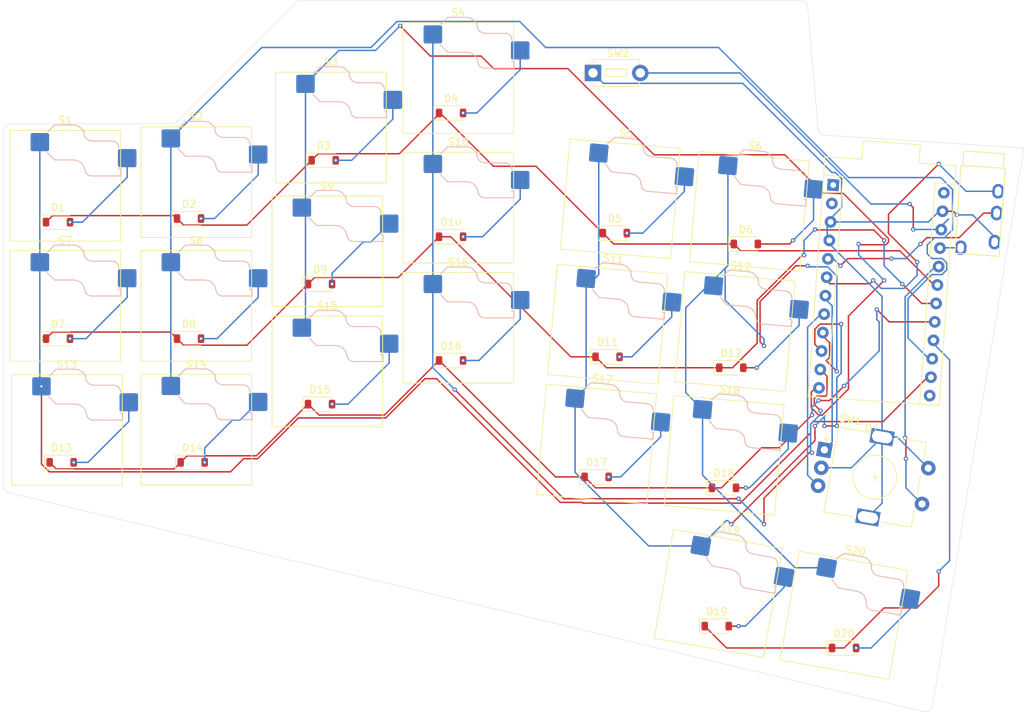
<source format=kicad_pcb>
(kicad_pcb (version 20241229) (generator "pcbnew") (generator_version "9.0")
  (layers (0 "F.Cu" signal) (2 "B.Cu" signal) (13 "F.Paste" user) (15 "B.Paste" user) (5 "F.SilkS" user "F.Silkscreen") (7 "B.SilkS" user "B.Silkscreen") (1 "F.Mask" user) (3 "B.Mask" user) (25 "Edge.Cuts" user))
  (net 0 "")
  (net 1 "0 Row")
  (net 2 "Net-(D1-A)")
  (net 3 "Net-(D2-A)")
  (net 4 "Net-(D3-A)")
  (net 5 "Net-(D4-A)")
  (net 6 "Net-(D5-A)")
  (net 7 "Net-(D6-A)")
  (net 8 "1 Row")
  (net 9 "Net-(D7-A)")
  (net 10 "Net-(D8-A)")
  (net 11 "Net-(D9-A)")
  (net 12 "Net-(D10-A)")
  (net 13 "Net-(D11-A)")
  (net 14 "Net-(D12-A)")
  (net 15 "Net-(D13-A)")
  (net 16 "2 Row")
  (net 17 "Net-(D14-A)")
  (net 18 "Net-(D15-A)")
  (net 19 "Net-(D16-A)")
  (net 20 "Net-(D17-A)")
  (net 21 "Net-(D18-A)")
  (net 22 "3 Row")
  (net 23 "Net-(D19-A)")
  (net 24 "Net-(D20-A)")
  (net 25 "0 Column")
  (net 26 "1 Column")
  (net 27 "2 Column")
  (net 28 "3 Column")
  (net 29 "4 Column")
  (net 30 "5 Column")
  (net 31 "GND")
  (net 32 "Net-(U1-5{slash}PC6)")
  (net 33 "Net-(U1-A3{slash}PF4)")
  (net 34 "Net-(U1-4{slash}PD4)")
  (net 35 "RST")
  (net 36 "VCC")
  (net 39 "SCL")
  (net 40 "SDA")
  (footprint "Diode_SMD:D_SOD-123" (layer "F.Cu") (at 230 82)
    (property "Reference" "D5")
    (property "Value" "~")
  )
  (footprint "Diode_SMD:D_SOD-123" (layer "F.Cu") (at 207.5 82.5)
    (property "Reference" "D10")
    (property "Value" "~")
  )
  (footprint "ScottoKeebs_Hotswap:Hotswap_Choc_V1" (layer "F.Cu") (at 246.520929 95.520643 -5)
    (property "Reference" "S12")
    (property "Value" "~")
  )
  (footprint "Diode_SMD:D_SOD-123" (layer "F.Cu") (at 153.5 96.5)
    (property "Reference" "D7")
    (property "Value" "~")
  )
  (footprint "Diode_SMD:D_SOD-123" (layer "F.Cu") (at 207.5 99.5)
    (property "Reference" "D16")
    (property "Value" "~")
  )
  (footprint "ScottoKeebs_Hotswap:Hotswap_Choc_V1" (layer "F.Cu") (at 261.5 134.5 -10)
    (property "Reference" "S20")
    (property "Value" "~")
  )
  (footprint "Diode_SMD:D_SOD-123" (layer "F.Cu") (at 190 72)
    (property "Reference" "D3")
    (property "Value" "~")
  )
  (footprint "Diode_SMD:D_SOD-123" (layer "F.Cu") (at 248 83.5)
    (property "Reference" "D6")
    (property "Value" "~")
  )
  (footprint "Diode_SMD:D_SOD-123" (layer "F.Cu") (at 189.5 105.5)
    (property "Reference" "D15")
    (property "Value" "~")
  )
  (footprint "ScottoKeebs_Hotswap:Hotswap_Choc_V1" (layer "F.Cu") (at 227.5 111 -5)
    (property "Reference" "S17")
    (property "Value" "~")
  )
  (footprint "ScottoKeebs_Hotswap:Hotswap_Choc_V1" (layer "F.Cu") (at 208.5 78.5)
    (property "Reference" "S10")
    (property "Value" "~")
  )
  (footprint "Diode_SMD:D_SOD-123" (layer "F.Cu") (at 229 99)
    (property "Reference" "D11")
    (property "Value" "~")
  )
  (footprint "Diode_SMD:D_SOD-123" (layer "F.Cu") (at 245 117)
    (property "Reference" "D18")
    (property "Value" "~")
  )
  (footprint "ScottoKeebs_Hotswap:Hotswap_Choc_V1" (layer "F.Cu") (at 230.756039 77.287206 -5)
    (property "Reference" "S5")
    (property "Value" "~")
  )
  (footprint "ScottoKeebs_Hotswap:Hotswap_Choc_V1" (layer "F.Cu") (at 154.5 75.5)
    (property "Reference" "S1")
    (property "Value" "~")
  )
  (footprint "Diode_SMD:D_SOD-123" (layer "F.Cu") (at 171.5 96.5)
    (property "Reference" "D8")
    (property "Value" "~")
  )
  (footprint "Diode_SMD:D_SOD-123" (layer "F.Cu") (at 172 113.5)
    (property "Reference" "D14")
    (property "Value" "~")
  )
  (footprint "ScottoKeebs_Components:TRRS_PJ-320A" (layer "F.Cu") (at 280.599906 72.903898 -4)
    (property "Reference" "U2")
    (property "Value" "TRRS")
  )
  (footprint "ScottoKeebs_Hotswap:Hotswap_Choc_V1" (layer "F.Cu") (at 229.020929 94.520643 -5)
    (property "Reference" "S11")
    (property "Value" "~")
  )
  (footprint "ScottoKeebs_Hotswap:Hotswap_Choc_V1" (layer "F.Cu") (at 244.222637 131.5 -10)
    (property "Reference" "S19")
    (property "Value" "~")
  )
  (footprint "Arduino:Sparkfun_Pro_Micro" (layer "F.Cu") (at 273.253881 104.33359 176)
    (property "Reference" "U1")
    (property "Value" "Arduino_Pro_Micro")
  )
  (footprint "Diode_SMD:D_SOD-123" (layer "F.Cu") (at 154 113.5)
    (property "Reference" "D13")
    (property "Value" "~")
  )
  (footprint "ScottoKeebs_Hotswap:Hotswap_Choc_V1" (layer "F.Cu") (at 172.5 92)
    (property "Reference" "S8")
    (property "Value" "~")
  )
  (footprint "Diode_SMD:D_SOD-123" (layer "F.Cu") (at 261.5 139)
    (property "Reference" "D20")
    (property "Value" "~")
  )
  (footprint "ScottoKeebs_Hotswap:Hotswap_Choc_V1" (layer "F.Cu") (at 208.5 60.7)
    (property "Reference" "S4")
    (property "Value" "~")
  )
  (footprint "ScottoKeebs_Components:Button_MJTP1243" (layer "F.Cu") (at 227 60)
    (property "Reference" "SW2")
    (property "Value" "Switch")
  )
  (footprint "Diode_SMD:D_SOD-123" (layer "F.Cu") (at 171.5 80)
    (property "Reference" "D2")
    (property "Value" "~")
  )
  (footprint "ScottoKeebs_Hotswap:Hotswap_Choc_V1" (layer "F.Cu") (at 248.5 79 -5)
    (property "Reference" "S6")
    (property "Value" "~")
  )
  (footprint "Diode_SMD:D_SOD-123" (layer "F.Cu") (at 207.5 65.5)
    (property "Reference" "D4")
    (property "Value" "~")
  )
  (footprint "Diode_SMD:D_SOD-123" (layer "F.Cu") (at 227.5 115.5)
    (property "Reference" "D17")
    (property "Value" "~")
  )
  (footprint "Diode_SMD:D_SOD-123" (layer "F.Cu") (at 189.5 89)
    (property "Reference" "D9")
    (property "Value" "~")
  )
  (footprint "ScottoKeebs_Hotswap:Hotswap_Choc_V1" (layer "F.Cu") (at 154.725 109.05)
    (property "Reference" "S13")
    (property "Value" "~")
  )
  (footprint "Diode_SMD:D_SOD-123" (layer "F.Cu") (at 153.5 80.5)
    (property "Reference" "D1")
    (property "Value" "~")
  )
  (footprint "ScottoKeebs_Hotswap:Hotswap_Choc_V1" (layer "F.Cu") (at 190.5 101)
    (property "Reference" "S15")
    (property "Value" "~")
  )
  (footprint "ScottoKeebs_Hotswap:Hotswap_Choc_V1" (layer "F.Cu") (at 191 67.5)
    (property "Reference" "S3")
    (property "Value" "~")
  )
  (footprint "ScottoKeebs_Hotswap:Hotswap_Choc_V1" (layer "F.Cu") (at 190.5 84.5)
    (property "Reference" "S9")
    (property "Value" "~")
  )
  (footprint "Diode_SMD:D_SOD-123" (layer "F.Cu") (at 246 100.5)
    (property "Reference" "D12")
    (property "Value" "~")
  )
  (footprint "ScottoKeebs_Hotswap:Hotswap_Choc_V1" (layer "F.Cu") (at 154.5 92)
    (property "Reference" "S7")
    (property "Value" "~")
  )
  (footprint "Diode_SMD:D_SOD-123" (layer "F.Cu") (at 244 136)
    (property "Reference" "D19")
    (property "Value" "~")
  )
  (footprint "ScottoKeebs_Hotswap:Hotswap_Choc_V1" (layer "F.Cu") (at 172.5 109)
    (property "Reference" "S14")
    (property "Value" "~")
  )
  (footprint "ScottoKeebs_Hotswap:Hotswap_Choc_V1" (layer "F.Cu") (at 172.5 75)
    (property "Reference" "S2")
    (property "Value" "~")
  )
  (footprint "Rotary_Encoder:RotaryEncoder_Alps_EC11E-Switch_Vertical_H20mm" (layer "F.Cu") (at 258.794265 111.779031 -10)
    (property "Reference" "SW1")
    (property "Value" "RotaryEncoder_Switch_MP")
  )
  (footprint "ScottoKeebs_Hotswap:Hotswap_Choc_V1" (layer "F.Cu") (at 208.5 95)
    (property "Reference" "S16")
    (property "Value" "~")
  )
  (footprint "ScottoKeebs_Hotswap:Hotswap_Choc_V1" (layer "F.Cu") (at 245.020929 112.520643 -5)
    (property "Reference" "S18")
    (property "Value" "~")
  )
  (gr_arc (start 146.767348 117.683562) (mid 146.214936 117.330416) (end 146 116.711002) (stroke (width 0.05)) (layer "Edge.Cuts"))
  (gr_line (start 186.914214 50) (end 255.5 50) (stroke (width 0.05)) (layer "Edge.Cuts"))
  (gr_arc (start 255.5 50) (mid 256.207107 50.292893) (end 256.5 51) (stroke (width 0.05)) (layer "Edge.Cuts"))
  (gr_line (start 272.438392 147.746047) (end 146.767348 117.683562) (stroke (width 0.05)) (layer "Edge.Cuts"))
  (gr_line (start 147 67) (end 169.085786 67) (stroke (width 0.05)) (layer "Edge.Cuts"))
  (gr_line (start 286.205491 70.306932) (end 273.660214 146.920262) (stroke (width 0.05)) (layer "Edge.Cuts"))
  (gr_arc (start 258.855474 68.558002) (mid 258.222328 68.273673) (end 257.926774 67.645694) (stroke (width 0.05)) (layer "Edge.Cuts"))
  (gr_arc (start 146 68) (mid 146.292893 67.292893) (end 147 67) (stroke (width 0.05)) (layer "Edge.Cuts"))
  (gr_line (start 258.855474 68.558002) (end 286.205491 70.306933) (stroke (width 0.05)) (layer "Edge.Cuts"))
  (gr_line (start 169.792893 66.707107) (end 186.207107 50.292893) (stroke (width 0.05)) (layer "Edge.Cuts"))
  (gr_arc (start 186.207107 50.292893) (mid 186.531531 50.076125) (end 186.914214 50) (stroke (width 0.05)) (layer "Edge.Cuts"))
  (gr_line (start 256.5 51) (end 257.926774 67.645694) (stroke (width 0.05)) (layer "Edge.Cuts"))
  (gr_arc (start 273.660214 146.920262) (mid 273.231008 147.602004) (end 272.438392 147.746047) (stroke (width 0.05)) (layer "Edge.Cuts"))
  (gr_arc (start 169.792893 66.707107) (mid 169.46847 66.92388) (end 169.085786 67) (stroke (width 0.05)) (layer "Edge.Cuts"))
  (gr_line (start 146 116.711002) (end 146 68) (stroke (width 0.05)) (layer "Edge.Cuts"))
  (segment (start 200.401 71.099) (end 189.251 71.099) (width 0.2) (layer "F.Cu") (net 1))
  (segment (start 229.85 83.5) (end 228.35 82) (width 0.2) (layer "F.Cu") (net 1))
  (segment (start 152.751 79.599) (end 151.85 80.5) (width 0.2) (layer "F.Cu") (net 1))
  (segment (start 169.85 80) (end 169.449 79.599) (width 0.2) (layer "F.Cu") (net 1))
  (segment (start 269.150612 84.432812) (end 273.848514 89.130714) (width 0.2) (layer "F.Cu") (net 1))
  (segment (start 179.449 80.901) (end 170.751 80.901) (width 0.2) (layer "F.Cu") (net 1))
  (segment (start 213.324 72.824) (end 206 65.5) (width 0.2) (layer "F.Cu") (net 1))
  (segment (start 219.174 72.824) (end 213.324 72.824) (width 0.2) (layer "F.Cu") (net 1))
  (segment (start 246.35 83.5) (end 247.282812 84.432812) (width 0.2) (layer "F.Cu") (net 1))
  (segment (start 189.251 71.099) (end 188.35 72) (width 0.2) (layer "F.Cu") (net 1))
  (segment (start 170.751 80.901) (end 169.85 80) (width 0.2) (layer "F.Cu") (net 1))
  (segment (start 246.35 83.5) (end 229.85 83.5) (width 0.2) (layer "F.Cu") (net 1))
  (segment (start 247.282812 84.432812) (end 269.150612 84.432812) (width 0.2) (layer "F.Cu") (net 1))
  (segment (start 169.449 79.599) (end 152.751 79.599) (width 0.2) (layer "F.Cu") (net 1))
  (segment (start 228.35 82) (end 219.174 72.824) (width 0.2) (layer "F.Cu") (net 1))
  (segment (start 188.35 72) (end 179.449 80.901) (width 0.2) (layer "F.Cu") (net 1))
  (segment (start 206 65.5) (end 200.401 71.099) (width 0.2) (layer "F.Cu") (net 1))
  (via (at 155.15 80.5) (size 0.6) (drill 0.3) (layers "F.Cu" "B.Cu") (net 2))
  (segment (start 163 71.7) (end 163 74.339892) (width 0.2) (layer "B.Cu") (net 2))
  (segment (start 163 74.339892) (end 156.839892 80.5) (width 0.2) (layer "B.Cu") (net 2))
  (segment (start 156.839892 80.5) (end 155.15 80.5) (width 0.2) (layer "B.Cu") (net 2))
  (via (at 173.15 80) (size 0.6) (drill 0.3) (layers "F.Cu" "B.Cu") (net 3))
  (segment (start 175 80) (end 173.15 80) (width 0.2) (layer "B.Cu") (net 3))
  (segment (start 181 74) (end 175 80) (width 0.2) (layer "B.Cu") (net 3))
  (segment (start 181 71.2) (end 181 74) (width 0.2) (layer "B.Cu") (net 3))
  (via (at 191.65 72) (size 0.6) (drill 0.3) (layers "F.Cu" "B.Cu") (net 4))
  (segment (start 199.5 66.339892) (end 193.839892 72) (width 0.2) (layer "B.Cu") (net 4))
  (segment (start 193.839892 72) (end 191.65 72) (width 0.2) (layer "B.Cu") (net 4))
  (segment (start 199.5 63.7) (end 199.5 66.339892) (width 0.2) (layer "B.Cu") (net 4))
  (via (at 209.15 65.5) (size 0.6) (drill 0.3) (layers "F.Cu" "B.Cu") (net 5))
  (segment (start 217 56.9) (end 217 59.539892) (width 0.2) (layer "B.Cu") (net 5))
  (segment (start 217 59.539892) (end 211.039892 65.5) (width 0.2) (layer "B.Cu") (net 5))
  (segment (start 211.039892 65.5) (end 209.15 65.5) (width 0.2) (layer "B.Cu") (net 5))
  (via (at 231.65 82) (size 0.6) (drill 0.3) (layers "F.Cu" "B.Cu") (net 6))
  (segment (start 239.554886 76.286679) (end 233.841565 82) (width 0.2) (layer "B.Cu") (net 6))
  (segment (start 239.554886 74.24249) (end 239.554886 76.286679) (width 0.2) (layer "B.Cu") (net 6))
  (segment (start 233.841565 82) (end 231.65 82) (width 0.2) (layer "B.Cu") (net 6))
  (segment (start 254 83.5) (end 249.65 83.5) (width 0.2) (layer "F.Cu") (net 7))
  (segment (start 254.5 83) (end 254 83.5) (width 0.2) (layer "F.Cu") (net 7))
  (via (at 254.5 83) (size 0.6) (drill 0.3) (layers "F.Cu" "B.Cu") (net 7))
  (segment (start 257.298847 80.201153) (end 254.5 83) (width 0.2) (layer "B.Cu") (net 7))
  (segment (start 257.298847 75.955284) (end 257.298847 80.201153) (width 0.2) (layer "B.Cu") (net 7))
  (segment (start 257.5 81.5) (end 257.567186 81.567186) (width 0.2) (layer "F.Cu") (net 8))
  (segment (start 151.85 96.5) (end 152.751 95.599) (width 0.2) (layer "F.Cu") (net 8))
  (segment (start 188.751 88.099) (end 200.251 88.099) (width 0.2) (layer "F.Cu") (net 8))
  (segment (start 227.35 99) (end 228.85 100.5) (width 0.2) (layer "F.Cu") (net 8))
  (segment (start 244.35 100.5) (end 246.179288 100.5) (width 0.2) (layer "F.Cu") (net 8))
  (segment (start 168.949 95.599) (end 169.85 96.5) (width 0.2) (layer "F.Cu") (net 8))
  (segment (start 257.567186 81.567186) (end 265.567186 81.567186) (width 0.2) (layer "F.Cu") (net 8))
  (segment (start 169.85 96.5) (end 170.751 97.401) (width 0.2) (layer "F.Cu") (net 8))
  (segment (start 228.85 100.5) (end 244.35 100.5) (width 0.2) (layer "F.Cu") (net 8))
  (segment (start 249.556094 91.227717) (end 255.750999 85.032812) (width 0.2) (layer "F.Cu") (net 8))
  (segment (start 269.5 89) (end 272.164526 91.664526) (width 0.2) (layer "F.Cu") (net 8))
  (segment (start 272.164526 91.664526) (end 273.671332 91.664526) (width 0.2) (layer "F.Cu") (net 8))
  (segment (start 255.750999 85.032812) (end 256 85.032812) (width 0.2) (layer "F.Cu") (net 8))
  (segment (start 207.453065 82.5) (end 223.953065 99) (width 0.2) (layer "F.Cu") (net 8))
  (segment (start 179.449 97.401) (end 187.85 89) (width 0.2) (layer "F.Cu") (net 8))
  (segment (start 187.85 89) (end 188.751 88.099) (width 0.2) (layer "F.Cu") (net 8))
  (segment (start 200.251 88.099) (end 205.85 82.5) (width 0.2) (layer "F.Cu") (net 8))
  (segment (start 246.179288 100.5) (end 249.556094 97.123194) (width 0.2) (layer "F.Cu") (net 8))
  (segment (start 249.556094 97.123194) (end 249.556094 91.227717) (width 0.2) (layer "F.Cu") (net 8))
  (segment (start 152.751 95.599) (end 168.949 95.599) (width 0.2) (layer "F.Cu") (net 8))
  (segment (start 223.953065 99) (end 227.35 99) (width 0.2) (layer "F.Cu") (net 8))
  (segment (start 170.751 97.401) (end 179.449 97.401) (width 0.2) (layer "F.Cu") (net 8))
  (segment (start 205.85 82.5) (end 207.453065 82.5) (width 0.2) (layer "F.Cu") (net 8))
  (segment (start 265.567186 81.567186) (end 267 83) (width 0.2) (layer "F.Cu") (net 8))
  (via (at 269.5 89) (size 0.6) (drill 0.3) (layers "F.Cu" "B.Cu") (net 8))
  (via (at 267 83) (size 0.6) (drill 0.3) (layers "F.Cu" "B.Cu") (net 8))
  (via (at 256 85.032812) (size 0.6) (drill 0.3) (layers "F.Cu" "B.Cu") (net 8))
  (via (at 257.5 81.5) (size 0.6) (drill 0.3) (layers "F.Cu" "B.Cu") (net 8))
  (segment (start 256 83) (end 257.5 81.5) (width 0.2) (layer "B.Cu") (net 8))
  (segment (start 267 83) (end 267 86.5) (width 0.2) (layer "B.Cu") (net 8))
  (segment (start 267 86.5) (end 269.5 89) (width 0.2) (layer "B.Cu") (net 8))
  (segment (start 256 85.032812) (end 256 83) (width 0.2) (layer "B.Cu") (net 8))
  (via (at 155.15 96.5) (size 0.6) (drill 0.3) (layers "F.Cu" "B.Cu") (net 9))
  (segment (start 163 88.2) (end 163 90.839892) (width 0.2) (layer "B.Cu") (net 9))
  (segment (start 163 90.839892) (end 157.339892 96.5) (width 0.2) (layer "B.Cu") (net 9))
  (segment (start 157.339892 96.5) (end 155.15 96.5) (width 0.2) (layer "B.Cu") (net 9))
  (via (at 173.15 96.5) (size 0.6) (drill 0.3) (layers "F.Cu" "B.Cu") (net 10))
  (segment (start 175.339892 96.5) (end 173.15 96.5) (width 0.2) (layer "B.Cu") (net 10))
  (segment (start 181 88.2) (end 181 90.839892) (width 0.2) (layer "B.Cu") (net 10))
  (segment (start 181 90.839892) (end 175.339892 96.5) (width 0.2) (layer "B.Cu") (net 10))
  (via (at 191.15 89) (size 0.6) (drill 0.3) (layers "F.Cu" "B.Cu") (net 11))
  (segment (start 199 80.7) (end 196.501 83.199) (width 0.2) (layer "B.Cu") (net 11))
  (segment (start 195.461108 83.199) (end 191.15 87.510108) (width 0.2) (layer "B.Cu") (net 11))
  (segment (start 196.501 83.199) (end 195.461108 83.199) (width 0.2) (layer "B.Cu") (net 11))
  (segment (start 191.15 87.510108) (end 191.15 89) (width 0.2) (layer "B.Cu") (net 11))
  (via (at 209.15 82.5) (size 0.6) (drill 0.3) (layers "F.Cu" "B.Cu") (net 12))
  (segment (start 211.839892 82.5) (end 209.15 82.5) (width 0.2) (layer "B.Cu") (net 12))
  (segment (start 217 74.7) (end 217 77.339892) (width 0.2) (layer "B.Cu") (net 12))
  (segment (start 217 77.339892) (end 211.839892 82.5) (width 0.2) (layer "B.Cu") (net 12))
  (via (at 230.65 99) (size 0.6) (drill 0.3) (layers "F.Cu" "B.Cu") (net 13))
  (segment (start 232.339892 99) (end 230.65 99) (width 0.2) (layer "B.Cu") (net 13))
  (segment (start 237.819776 93.520116) (end 232.339892 99) (width 0.2) (layer "B.Cu") (net 13))
  (segment (start 237.819776 91.475927) (end 237.819776 93.520116) (width 0.2) (layer "B.Cu") (net 13))
  (segment (start 249.5 100.5) (end 247.65 100.5) (width 0.2) (layer "F.Cu") (net 14))
  (via (at 249.5 100.5) (size 0.6) (drill 0.3) (layers "F.Cu" "B.Cu") (net 14))
  (segment (start 255.319776 94.680224) (end 249.5 100.5) (width 0.2) (layer "B.Cu") (net 14))
  (segment (start 255.319776 92.475927) (end 255.319776 94.680224) (width 0.2) (layer "B.Cu") (net 14))
  (via (at 155.65 113.5) (size 0.6) (drill 0.3) (layers "F.Cu" "B.Cu") (net 15))
  (segment (start 157.614892 113.5) (end 155.65 113.5) (width 0.2) (layer "B.Cu") (net 15))
  (segment (start 163.225 107.889892) (end 157.614892 113.5) (width 0.2) (layer "B.Cu") (net 15))
  (segment (start 163.225 105.25) (end 163.225 107.889892) (width 0.2) (layer "B.Cu") (net 15))
  (segment (start 243.35 117) (end 227.35 117) (width 0.2) (layer "F.Cu") (net 16))
  (segment (start 180.751 112.599) (end 171.251 112.599) (width 0.2) (layer "F.Cu") (net 16))
  (segment (start 243.35 117) (end 244.660108 117) (width 0.2) (layer "F.Cu") (net 16))
  (segment (start 169.449 114.401) (end 153.251 114.401) (width 0.2) (layer "F.Cu") (net 16))
  (segment (start 187.85 105.5) (end 180.751 112.599) (width 0.2) (layer "F.Cu") (net 16))
  (segment (start 189.35 107) (end 187.85 105.5) (width 0.2) (layer "F.Cu") (net 16))
  (segment (start 225.85 115.5) (end 221.85 115.5) (width 0.2) (layer "F.Cu") (net 16))
  (segment (start 267.698339 94.198339) (end 273.494148 94.198339) (width 0.2) (layer "F.Cu") (net 16))
  (segment (start 244.660108 117) (end 250.160108 111.5) (width 0.2) (layer "F.Cu") (net 16))
  (segment (start 153.251 114.401) (end 152.35 113.5) (width 0.2) (layer "F.Cu") (net 16))
  (segment (start 170.35 113.5) (end 169.449 114.401) (width 0.2) (layer "F.Cu") (net 16))
  (segment (start 221.85 115.5) (end 205.85 99.5) (width 0.2) (layer "F.Cu") (net 16))
  (segment (start 198.35 107) (end 189.35 107) (width 0.2) (layer "F.Cu") (net 16))
  (segment (start 250.160108 111.5) (end 252.581548 111.5) (width 0.2) (layer "F.Cu") (net 16))
  (segment (start 266 92.5) (end 267.698339 94.198339) (width 0.2) (layer "F.Cu") (net 16))
  (segment (start 171.251 112.599) (end 170.35 113.5) (width 0.2) (layer "F.Cu") (net 16))
  (segment (start 259.5 105) (end 261.5 103) (width 0.2) (layer "F.Cu") (net 16))
  (segment (start 258 105) (end 259.5 105) (width 0.2) (layer "F.Cu") (net 16))
  (segment (start 205.85 99.5) (end 198.35 107) (width 0.2) (layer "F.Cu") (net 16))
  (segment (start 227.35 117) (end 225.85 115.5) (width 0.2) (layer "F.Cu") (net 16))
  (segment (start 252.581548 111.5) (end 257.081548 107) (width 0.2) (layer "F.Cu") (net 16))
  (via (at 266 92.5) (size 0.6) (drill 0.3) (layers "F.Cu" "B.Cu") (net 16))
  (via (at 257.081548 107) (size 0.6) (drill 0.3) (layers "F.Cu" "B.Cu") (net 16))
  (via (at 258 105) (size 0.6) (drill 0.3) (layers "F.Cu" "B.Cu") (net 16))
  (via (at 261.5 103) (size 0.6) (drill 0.3) (layers "F.Cu" "B.Cu") (net 16))
  (segment (start 257.081548 105.918452) (end 258 105) (width 0.2) (layer "B.Cu") (net 16))
  (segment (start 257.081548 107) (end 257.081548 105.918452) (width 0.2) (layer "B.Cu") (net 16))
  (segment (start 266 93.880707) (end 266 92.5) (width 0.2) (layer "B.Cu") (net 16))
  (segment (start 266.317632 94.198339) (end 266 93.880707) (width 0.2) (layer "B.Cu") (net 16))
  (segment (start 266.317632 98.182368) (end 266.317632 94.198339) (width 0.2) (layer "B.Cu") (net 16))
  (segment (start 261.5 103) (end 266.317632 98.182368) (width 0.2) (layer "B.Cu") (net 16))
  (via (at 173.65 113.5) (size 0.6) (drill 0.3) (layers "F.Cu" "B.Cu") (net 17))
  (segment (start 173.65 111.510108) (end 173.65 113.5) (width 0.2) (layer "B.Cu") (net 17))
  (segment (start 178.501 107.699) (end 177.461108 107.699) (width 0.2) (layer "B.Cu") (net 17))
  (segment (start 181 105.2) (end 178.501 107.699) (width 0.2) (layer "B.Cu") (net 17))
  (segment (start 177.461108 107.699) (end 173.65 111.510108) (width 0.2) (layer "B.Cu") (net 17))
  (via (at 191.15 105.5) (size 0.6) (drill 0.3) (layers "F.Cu" "B.Cu") (net 18))
  (segment (start 193.339892 105.5) (end 191.15 105.5) (width 0.2) (layer "B.Cu") (net 18))
  (segment (start 199 99.839892) (end 193.339892 105.5) (width 0.2) (layer "B.Cu") (net 18))
  (segment (start 199 97.2) (end 199 99.839892) (width 0.2) (layer "B.Cu") (net 18))
  (via (at 209.15 99.5) (size 0.6) (drill 0.3) (layers "F.Cu" "B.Cu") (net 19))
  (segment (start 211.339892 99.5) (end 209.15 99.5) (width 0.2) (layer "B.Cu") (net 19))
  (segment (start 217 93.839892) (end 211.339892 99.5) (width 0.2) (layer "B.Cu") (net 19))
  (segment (start 217 91.2) (end 217 93.839892) (width 0.2) (layer "B.Cu") (net 19))
  (via (at 229.15 115.5) (size 0.6) (drill 0.3) (layers "F.Cu" "B.Cu") (net 20))
  (segment (start 236.298847 107.955284) (end 236.298847 109.999473) (width 0.2) (layer "B.Cu") (net 20))
  (segment (start 236.298847 109.999473) (end 230.79832 115.5) (width 0.2) (layer "B.Cu") (net 20))
  (segment (start 230.79832 115.5) (end 229.15 115.5) (width 0.2) (layer "B.Cu") (net 20))
  (segment (start 248 117) (end 246.65 117) (width 0.2) (layer "F.Cu") (net 21))
  (via (at 248 117) (size 0.6) (drill 0.3) (layers "F.Cu" "B.Cu") (net 21))
  (segment (start 253.819776 111.680224) (end 248.5 117) (width 0.2) (layer "B.Cu") (net 21))
  (segment (start 248.5 117) (end 248 117) (width 0.2) (layer "B.Cu") (net 21))
  (segment (start 253.819776 109.475927) (end 253.819776 111.680224) (width 0.2) (layer "B.Cu") (net 21))
  (segment (start 245.35 139) (end 259.85 139) (width 0.2) (layer "F.Cu") (net 22))
  (segment (start 271.498029 133.501971) (end 266.998029 133.501971) (width 0.2) (layer "F.Cu") (net 22))
  (segment (start 274.5 130.5) (end 271.498029 133.501971) (width 0.2) (layer "F.Cu") (net 22))
  (segment (start 274.5 128.5) (end 274.5 130.5) (width 0.2) (layer "F.Cu") (net 22))
  (segment (start 261.5 139) (end 259.85 139) (width 0.2) (layer "F.Cu") (net 22))
  (segment (start 266.998029 133.501971) (end 261.5 139) (width 0.2) (layer "F.Cu") (net 22))
  (segment (start 242.35 136) (end 245.35 139) (width 0.2) (layer "F.Cu") (net 22))
  (via (at 274.5 128.5) (size 0.6) (drill 0.3) (layers "F.Cu" "B.Cu") (net 22))
  (segment (start 276 99.415184) (end 273.316968 96.732152) (width 0.2) (layer "B.Cu") (net 22))
  (segment (start 274.5 128.5) (end 276 127) (width 0.2) (layer "B.Cu") (net 22))
  (segment (start 276 127) (end 276 99.415184) (width 0.2) (layer "B.Cu") (net 22))
  (segment (start 247 136) (end 245.65 136) (width 0.2) (layer "F.Cu") (net 23))
  (via (at 247 136) (size 0.6) (drill 0.3) (layers "F.Cu" "B.Cu") (net 23))
  (segment (start 253.253366 129.23374) (end 253.253366 130.680671) (width 0.2) (layer "B.Cu") (net 23))
  (segment (start 253.253366 130.680671) (end 247.934037 136) (width 0.2) (layer "B.Cu") (net 23))
  (segment (start 247.934037 136) (end 247 136) (width 0.2) (layer "B.Cu") (net 23))
  (via (at 263.15 139) (size 0.6) (drill 0.3) (layers "F.Cu" "B.Cu") (net 24))
  (segment (start 270.530729 133.680671) (end 265.2114 139) (width 0.2) (layer "B.Cu") (net 24))
  (segment (start 270.530729 132.23374) (end 270.530729 133.680671) (width 0.2) (layer "B.Cu") (net 24))
  (segment (start 265.2114 139) (end 263.15 139) (width 0.2) (layer "B.Cu") (net 24))
  (segment (start 272.962606 101.799777) (end 266.863383 107.899) (width 0.2) (layer "F.Cu") (net 25))
  (segment (start 225.601 119.101) (end 225.5 119) (width 0.2) (layer "F.Cu") (net 25))
  (segment (start 205.5 102) (end 203.9171 102) (width 0.2) (layer "F.Cu") (net 25))
  (segment (start 266.863383 107.899) (end 257.251057 107.899) (width 0.2) (layer "F.Cu") (net 25))
  (segment (start 151.225 113.72511) (end 151.225 103.05) (width 0.2) (layer "F.Cu") (net 25))
  (segment (start 247.248943 119.101) (end 225.601 119.101) (width 0.2) (layer "F.Cu") (net 25))
  (segment (start 257.251057 107.899) (end 256.899 108.251057) (width 0.2) (layer "F.Cu") (net 25))
  (segment (start 198.5161 107.401) (end 186.5161 107.401) (width 0.2) (layer "F.Cu") (net 25))
  (segment (start 186.5161 107.401) (end 180.9171 113) (width 0.2) (layer "F.Cu") (net 25))
  (segment (start 256.899 109.450943) (end 247.248943 119.101) (width 0.2) (layer "F.Cu") (net 25))
  (segment (start 180.9171 113) (end 179 113) (width 0.2) (layer "F.Cu") (net 25))
  (segment (start 179 113) (end 177.198 114.802) (width 0.2) (layer "F.Cu") (net 25))
  (segment (start 256.899 108.251057) (end 256.899 109.450943) (width 0.2) (layer "F.Cu") (net 25))
  (segment (start 177.198 114.802) (end 152.30189 114.802) (width 0.2) (layer "F.Cu") (net 25))
  (segment (start 225.5 119) (end 222.5 119) (width 0.2) (layer "F.Cu") (net 25))
  (segment (start 203.9171 102) (end 198.5161 107.401) (width 0.2) (layer "F.Cu") (net 25))
  (segment (start 152.30189 114.802) (end 151.225 113.72511) (width 0.2) (layer "F.Cu") (net 25))
  (segment (start 222.5 119) (end 205.5 102) (width 0.2) (layer "F.Cu") (net 25))
  (via (at 151.225 103.05) (size 0.6) (drill 0.3) (layers "F.Cu" "B.Cu") (net 25))
  (segment (start 151 69.5) (end 151 102.825) (width 0.2) (layer "B.Cu") (net 25))
  (segment (start 151 102.825) (end 151.225 103.05) (width 0.2) (layer "B.Cu") (net 25))
  (segment (start 276.399 76.002082) (end 275.948459 75.551541) (width 0.2) (layer "B.Cu") (net 26))
  (segment (start 273.139786 99.265965) (end 270.285205 96.411384) (width 0.2) (layer "B.Cu") (net 26))
  (segment (start 276.399 81.535839) (end 276.399 76.002082) (width 0.2) (layer "B.Cu") (net 26))
  (segment (start 262.128709 74.371291) (end 244.257418 56.5) (width 0.2) (layer "B.Cu") (net 26))
  (segment (start 275.304563 82.630276) (end 276.399 81.535839) (width 0.2) (layer "B.Cu") (net 26))
  (segment (start 200.076 52.924) (end 196.5 56.5) (width 0.2) (layer "B.Cu") (net 26))
  (segment (start 274.768209 74.371291) (end 262.128709 74.371291) (width 0.2) (layer "B.Cu") (net 26))
  (segment (start 276.23642 75.839501) (end 275.948459 75.551541) (width 0.2) (layer "B.Cu") (net 26))
  (segment (start 275.595151 87.052951) (end 275.595151 86.095151) (width 0.2) (layer "B.Cu") (net 26))
  (segment (start 275.595151 86.095151) (end 274.995901 85.495901) (width 0.2) (layer "B.Cu") (net 26))
  (segment (start 272.924694 83.629588) (end 273.924006 82.630276) (width 0.2) (layer "B.Cu") (net 26))
  (segment (start 273.569644 85.495901) (end 272.924694 84.850951) (width 0.2) (layer "B.Cu") (net 26))
  (segment (start 244.257418 56.5) (end 220.5 56.5) (width 0.2) (layer "B.Cu") (net 26))
  (segment (start 181.5 56.5) (end 169 69) (width 0.2) (layer "B.Cu") (net 26))
  (segment (start 273.569644 87.697901) (end 274.950201 87.697901) (width 0.2) (layer "B.Cu") (net 26))
  (segment (start 220.5 56.5) (end 216.924 52.924) (width 0.2) (layer "B.Cu") (net 26))
  (segment (start 272.924694 84.850951) (end 272.924694 83.629588) (width 0.2) (layer "B.Cu") (net 26))
  (segment (start 275.948459 75.551541) (end 274.768209 74.371291) (width 0.2) (layer "B.Cu") (net 26))
  (segment (start 270.285205 90.98234) (end 273.569644 87.697901) (width 0.2) (layer "B.Cu") (net 26))
  (segment (start 216.924 52.924) (end 200.076 52.924) (width 0.2) (layer "B.Cu") (net 26))
  (segment (start 273.924006 82.630276) (end 275.304563 82.630276) (width 0.2) (layer "B.Cu") (net 26))
  (segment (start 169 69) (end 169 103) (width 0.2) (layer "B.Cu") (net 26))
  (segment (start 196.5 56.5) (end 181.5 56.5) (width 0.2) (layer "B.Cu") (net 26))
  (segment (start 274.995901 85.495901) (end 273.569644 85.495901) (width 0.2) (layer "B.Cu") (net 26))
  (segment (start 270.285205 96.411384) (end 270.285205 90.98234) (width 0.2) (layer "B.Cu") (net 26))
  (segment (start 274.950201 87.697901) (end 275.595151 87.052951) (width 0.2) (layer "B.Cu") (net 26))
  (segment (start 235.394451 71.246451) (end 253.357652 71.246451) (width 0.2) (layer "F.Cu") (net 27))
  (segment (start 267.601 83.248943) (end 267.248943 83.601) (width 0.2) (layer "F.Cu") (net 27))
  (segment (start 211.624 57.677065) (end 213.345935 59.399) (width 0.2) (layer "F.Cu") (net 27))
  (segment (start 258.509672 107.013202) (end 258.011786 107.013202) (width 0.2) (layer "F.Cu") (net 27))
  (segment (start 262.101 103.421874) (end 258.509672 107.013202) (width 0.2) (layer "F.Cu") (net 27))
  (segment (start 256.998 105.999416) (end 256.998 103.855048) (width 0.2) (layer "F.Cu") (net 27))
  (segment (start 223.547 59.399) (end 235.394451 71.246451) (width 0.2) (layer "F.Cu") (net 27))
  (segment (start 267.601 82.751057) (end 267.601 83.248943) (width 0.2) (layer "F.Cu") (net 27))
  (segment (start 267.248943 83.601) (end 263.601 83.601) (width 0.2) (layer "F.Cu") (net 27))
  (segment (start 256.998 103.855048) (end 257.582548 103.2705) (width 0.2) (layer "F.Cu") (net 27))
  (segment (start 253.357652 71.246451) (end 258.664619 76.553418) (width 0.2) (layer "F.Cu") (net 27))
  (segment (start 261.403361 76.553418) (end 267.601 82.751057) (width 0.2) (layer "F.Cu") (net 27))
  (segment (start 263.601 83.601) (end 263.5 83.5) (width 0.2) (layer "F.Cu") (net 27))
  (segment (start 213.345935 59.399) (end 223.547 59.399) (width 0.2) (layer "F.Cu") (net 27))
  (segment (start 200.5 53.524) (end 204.653065 57.677065) (width 0.2) (layer "F.Cu") (net 27))
  (segment (start 262.101 93.399) (end 262.101 103.421874) (width 0.2) (layer "F.Cu") (net 27))
  (segment (start 258.664619 76.553418) (end 261.403361 76.553418) (width 0.2) (layer "F.Cu") (net 27))
  (segment (start 204.653065 57.677065) (end 211.624 57.677065) (width 0.2) (layer "F.Cu") (net 27))
  (segment (start 267 88.5) (end 262.101 93.399) (width 0.2) (layer "F.Cu") (net 27))
  (segment (start 258.011786 107.013202) (end 256.998 105.999416) (width 0.2) (layer "F.Cu") (net 27))
  (via (at 267 88.5) (size 0.6) (drill 0.3) (layers "F.Cu" "B.Cu") (net 27))
  (via (at 200.5 53.524) (size 0.6) (drill 0.3) (layers "F.Cu" "B.Cu") (net 27))
  (via (at 263.5 83.5) (size 0.6) (drill 0.3) (layers "F.Cu" "B.Cu") (net 27))
  (segment (start 263.5 85) (end 267 88.5) (width 0.2) (layer "B.Cu") (net 27))
  (segment (start 187.5 61.5) (end 192.099 56.901) (width 0.2) (layer "B.Cu") (net 27))
  (segment (start 197.123 56.901) (end 200.5 53.524) (width 0.2) (layer "B.Cu") (net 27))
  (segment (start 263.5 83.5) (end 263.5 85) (width 0.2) (layer "B.Cu") (net 27))
  (segment (start 187.5 94.5) (end 187 95) (width 0.2) (layer "B.Cu") (net 27))
  (segment (start 187.5 61.5) (end 187.5 94.5) (width 0.2) (layer "B.Cu") (net 27))
  (segment (start 192.099 56.901) (end 197.123 56.901) (width 0.2) (layer "B.Cu") (net 27))
  (segment (start 257.081548 112.174265) (end 256.733018 112.174265) (width 0.2) (layer "F.Cu") (net 28))
  (segment (start 259.152005 104.197938) (end 258.950943 104.399) (width 0.2) (layer "F.Cu") (net 28))
  (segment (start 223 118.5) (end 208 103.5) (width 0.2) (layer "F.Cu") (net 28))
  (segment (start 257.399 104.751057) (end 257.399 105.550473) (width 0.2) (layer "F.Cu") (net 28))
  (segment (start 257.399 105.550473) (end 258.260729 106.412202) (width 0.2) (layer "F.Cu") (net 28))
  (segment (start 258.228186 100.736689) (end 259.152005 101.660508) (width 0.2) (layer "F.Cu") (net 28))
  (segment (start 247 118.5) (end 223 118.5) (width 0.2) (layer "F.Cu") (net 28))
  (segment (start 256.733018 112.174265) (end 250.5 118.407283) (width 0.2) (layer "F.Cu") (net 28))
  (segment (start 257.751057 104.399) (end 257.399 104.751057) (width 0.2) (layer "F.Cu") (net 28))
  (segment (start 259.152005 101.660508) (end 259.152005 104.197938) (width 0.2) (layer "F.Cu") (net 28))
  (segment (start 250.5 118.407283) (end 250.5 122) (width 0.2) (layer "F.Cu") (net 28))
  (segment (start 258.950943 104.399) (end 257.751057 104.399) (width 0.2) (layer "F.Cu") (net 28))
  (via (at 247 118.5) (size 0.6) (drill 0.3) (layers "F.Cu" "B.Cu") (net 28))
  (via (at 250.5 122) (size 0.6) (drill 0.3) (layers "F.Cu" "B.Cu") (net 28))
  (via (at 258.260729 106.412202) (size 0.6) (drill 0.3) (layers "F.Cu" "B.Cu") (net 28))
  (via (at 208 103.5) (size 0.6) (drill 0.3) (layers "F.Cu" "B.Cu") (net 28))
  (via (at 257.081548 112.174265) (size 0.6) (drill 0.3) (layers "F.Cu" "B.Cu") (net 28))
  (segment (start 258.260729 106.412202) (end 258.260729 106.889328) (width 0.2) (layer "B.Cu") (net 28))
  (segment (start 208 103.5) (end 205 100.5) (width 0.2) (layer "B.Cu") (net 28))
  (segment (start 256.899 108.251057) (end 256.899 111.991717) (width 0.2) (layer "B.Cu") (net 28))
  (segment (start 250.5 122) (end 247 118.5) (width 0.2) (layer "B.Cu") (net 28))
  (segment (start 256.899 111.991717) (end 257.081548 112.174265) (width 0.2) (layer "B.Cu") (net 28))
  (segment (start 205 54.7) (end 205 89) (width 0.2) (layer "B.Cu") (net 28))
  (segment (start 205 100.5) (end 205 89) (width 0.2) (layer "B.Cu") (net 28))
  (segment (start 258.260729 106.889328) (end 256.899 108.251057) (width 0.2) (layer "B.Cu") (net 28))
  (segment (start 258.194561 94.5) (end 257.481548 95.213013) (width 0.2) (layer "F.Cu") (net 29))
  (segment (start 246 122) (end 257.5 110.5) (width 0.2) (layer "F.Cu") (net 29))
  (segment (start 258.792274 108.5) (end 260.5 108.5) (width 0.2) (layer "F.Cu") (net 29))
  (segment (start 257.5 110.5) (end 257.5 108.5) (width 0.2) (layer "F.Cu") (net 29))
  (segment (start 257.481548 97.279057) (end 258.405367 98.202876) (width 0.2) (layer "F.Cu") (net 29))
  (segment (start 257.481548 95.213013) (end 257.481548 97.279057) (width 0.2) (layer "F.Cu") (net 29))
  (segment (start 261.1 94.5) (end 258.194561 94.5) (width 0.2) (layer "F.Cu") (net 29))
  (via (at 258.792274 108.5) (size 0.6) (drill 0.3) (layers "F.Cu" "B.Cu") (net 29))
  (via (at 246 122) (size 0.6) (drill 0.3) (layers "F.Cu" "B.Cu") (net 29))
  (via (at 261.1 94.5) (size 0.6) (drill 0.3) (layers "F.Cu" "B.Cu") (net 29))
  (via (at 260.5 108.5) (size 0.6) (drill 0.3) (layers "F.Cu" "B.Cu") (net 29))
  (via (at 257.5 108.5) (size 0.6) (drill 0.3) (layers "F.Cu" "B.Cu") (net 29))
  (segment (start 257.5 108.5) (end 258.860729 107.139271) (width 0.2) (layer "B.Cu") (net 29))
  (segment (start 241.817699 124.983385) (end 234.643779 124.983385) (width 0.2) (layer "B.Cu") (net 29))
  (segment (start 234.643779 124.983385) (end 224.536253 114.875859) (width 0.2) (layer "B.Cu") (net 29))
  (segment (start 227.792292 87.707708) (end 227.26157 88.23843) (width 0.2) (layer "B.Cu") (net 29))
  (segment (start 258.860729 107.139271) (end 258.792274 107.207726) (width 0.2) (layer "B.Cu") (net 29))
  (segment (start 258.792274 107.207726) (end 258.792274 108.5) (width 0.2) (layer "B.Cu") (net 29))
  (segment (start 245.301084 121.5) (end 245.5 121.5) (width 0.2) (layer "B.Cu") (net 29))
  (segment (start 241.817699 124.983385) (end 245.301084 121.5) (width 0.2) (layer "B.Cu") (net 29))
  (segment (start 226.057182 88.23843) (end 226.057182 103.196858) (width 0.2) (layer "B.Cu") (net 29))
  (segment (start 260.5 101.849943) (end 261.1 101.249943) (width 0.2) (layer "B.Cu") (net 29))
  (segment (start 227.26157 88.23843) (end 226.057182 88.23843) (width 0.2) (layer "B.Cu") (net 29))
  (segment (start 226.057182 103.196858) (end 224.536253 104.717787) (width 0.2) (layer "B.Cu") (net 29))
  (segment (start 245.5 121.5) (end 246 122) (width 0.2) (layer "B.Cu") (net 29))
  (segment (start 260.5 108.5) (end 260.5 101.849943) (width 0.2) (layer "B.Cu") (net 29))
  (segment (start 227.792292 71.004993) (end 227.792292 87.707708) (width 0.2) (layer "B.Cu") (net 29))
  (segment (start 261.1 101.249943) (end 261.1 94.5) (width 0.2) (layer "B.Cu") (net 29))
  (segment (start 224.536253 114.875859) (end 224.536253 104.717787) (width 0.2) (layer "B.Cu") (net 29))
  (segment (start 254.850911 86.5) (end 256.5 86.5) (width 0.2) (layer "F.Cu") (net 30))
  (segment (start 249.957094 91.393817) (end 254.850911 86.5) (width 0.2) (layer "F.Cu") (net 30))
  (segment (start 259.506367 99.069453) (end 259.506367 97.061339) (width 0.2) (layer "F.Cu") (net 30))
  (segment (start 250.5 97.5) (end 249.957094 96.957094) (width 0.2) (layer "F.Cu") (net 30))
  (segment (start 249.957094 96.957094) (end 249.957094 91.393817) (width 0.2) (layer "F.Cu") (net 30))
  (segment (start 259.03791 99.53791) (end 259.506367 99.069453) (width 0.2) (layer "F.Cu") (net 30))
  (segment (start 259.506367 97.061339) (end 258.114091 95.669063) (width 0.2) (layer "F.Cu") (net 30))
  (segment (start 260.5 101) (end 259.03791 99.53791) (width 0.2) (layer "F.Cu") (net 30))
  (via (at 260.5 101) (size 0.6) (drill 0.3) (layers "F.Cu" "B.Cu") (net 30))
  (via (at 256.5 86.5) (size 0.6) (drill 0.3) (layers "F.Cu" "B.Cu") (net 30))
  (via (at 250.5 97.5) (size 0.6) (drill 0.3) (layers "F.Cu" "B.Cu") (net 30))
  (segment (start 250.5 96.563807) (end 250.5 97.5) (width 0.2) (layer "B.Cu") (net 30))
  (segment (start 242.057182 106.23843) (end 242.057182 115.266979) (width 0.2) (layer "B.Cu") (net 30))
  (segment (start 245.536253 86.463747) (end 245.159148 86.840852) (width 0.2) (layer "B.Cu") (net 30))
  (segment (start 242.057182 115.266979) (end 254.773588 127.983385) (width 0.2) (layer "B.Cu") (net 30))
  (segment (start 256.5 86.5) (end 256.634812 86.634812) (width 0.2) (layer "B.Cu") (net 30))
  (segment (start 260.5 87.89648) (end 260.5 101) (width 0.2) (layer "B.Cu") (net 30))
  (segment (start 259.238332 86.634812) (end 260.5 87.89648) (width 0.2) (layer "B.Cu") (net 30))
  (segment (start 254.773588 127.983385) (end 259.095062 127.983385) (width 0.2) (layer "B.Cu") (net 30))
  (segment (start 256.634812 86.634812) (end 259.238332 86.634812) (width 0.2) (layer "B.Cu") (net 30))
  (segment (start 245.536253 86.463747) (end 239.740858 92.259142) (width 0.2) (layer "B.Cu") (net 30))
  (segment (start 245.536253 72.717787) (end 245.536253 86.463747) (width 0.2) (layer "B.Cu") (net 30))
  (segment (start 239.740858 103.922106) (end 242.057182 106.23843) (width 0.2) (layer "B.Cu") (net 30))
  (segment (start 239.740858 92.259142) (end 239.740858 103.922106) (width 0.2) (layer "B.Cu") (net 30))
  (segment (start 245.159148 91.222955) (end 250.5 96.563807) (width 0.2) (layer "B.Cu") (net 30))
  (segment (start 245.159148 86.840852) (end 245.159148 91.222955) (width 0.2) (layer "B.Cu") (net 30))
  (segment (start 276.495463 78.995463) (end 274.557238 78.995463) (width 0.2) (layer "F.Cu") (net 31))
  (segment (start 277 79.5) (end 276.495463 78.995463) (width 0.2) (layer "F.Cu") (net 31))
  (via (at 277 79.5) (size 0.6) (drill 0.3) (layers "F.Cu" "B.Cu") (net 31))
  (segment (start 261.154856 78.488511) (end 261.154856 74.531638) (width 0.2) (layer "B.Cu") (net 31))
  (segment (start 262.50607 114.24105) (end 266.718632 110.028488) (width 0.2) (layer "B.Cu") (net 31))
  (segment (start 261.154856 74.531638) (end 260.295838 73.67262) (width 0.2) (layer "B.Cu") (net 31))
  (segment (start 266.718632 90.718632) (end 266.718632 110.028488) (width 0.2) (layer "B.Cu") (net 31))
  (segment (start 259.177181 80.466186) (end 261.154856 78.488511) (width 0.2) (layer "B.Cu") (net 31))
  (segment (start 279.154513 79.5) (end 277 79.5) (width 0.2) (layer "B.Cu") (net 31))
  (segment (start 259.82738 73.67262) (end 247.580761 61.426) (width 0.2) (layer "B.Cu") (net 31))
  (segment (start 264.773773 121.058335) (end 266.718632 119.113476) (width 0.2) (layer "B.Cu") (net 31))
  (segment (start 282.182787 83.239491) (end 282.182787 82.528274) (width 0.2) (layer "B.Cu") (net 31))
  (segment (start 259 83) (end 266.718632 90.718632) (width 0.2) (layer "B.Cu") (net 31))
  (segment (start 247.580761 61.426) (end 228.426 61.426) (width 0.2) (layer "B.Cu") (net 31))
  (segment (start 282.182787 82.528274) (end 279.154513 79.5) (width 0.2) (layer "B.Cu") (net 31))
  (segment (start 259.177181 80.466186) (end 273.086515 80.466186) (width 0.2) (layer "B.Cu") (net 31))
  (segment (start 268.805535 110.028488) (end 266.718632 110.028488) (width 0.2) (layer "B.Cu") (net 31))
  (segment (start 258.360145 114.24105) (end 262.50607 114.24105) (width 0.2) (layer "B.Cu") (net 31))
  (segment (start 266.718632 119.113476) (end 266.718632 110.028488) (width 0.2) (layer "B.Cu") (net 31))
  (segment (start 259.177181 82.822819) (end 259 83) (width 0.2) (layer "B.Cu") (net 31))
  (segment (start 273.073977 114.29693) (end 268.805535 110.028488) (width 0.2) (layer "B.Cu") (net 31))
  (segment (start 259.177181 80.466186) (end 259.177181 82.822819) (width 0.2) (layer "B.Cu") (net 31))
  (segment (start 228.426 61.426) (end 227 60) (width 0.2) (layer "B.Cu") (net 31))
  (segment (start 273.086515 80.466186) (end 274.557238 78.995463) (width 0.2) (layer "B.Cu") (net 31))
  (segment (start 260.295838 73.67262) (end 259.82738 73.67262) (width 0.2) (layer "B.Cu") (net 31))
  (segment (start 257.926024 116.70307) (end 256.481548 115.258594) (width 0.2) (layer "B.Cu") (net 32))
  (segment (start 256.481548 115.258594) (end 256.481548 94.944977) (width 0.2) (layer "B.Cu") (net 32))
  (segment (start 256.481548 94.944977) (end 258.291274 93.135251) (width 0.2) (layer "B.Cu") (net 32))
  (segment (start 270 110.23159) (end 269.884205 110.115795) (width 0.2) (layer "F.Cu") (net 33))
  (segment (start 270 113) (end 270 110.23159) (width 0.2) (layer "F.Cu") (net 33))
  (via (at 269.884205 110.115795) (size 0.6) (drill 0.3) (layers "F.Cu" "B.Cu") (net 33))
  (via (at 270 113) (size 0.6) (drill 0.3) (layers "F.Cu" "B.Cu") (net 33))
  (segment (start 269.884205 110.115795) (end 269.884205 90.73839) (width 0.2) (layer "B.Cu") (net 33))
  (segment (start 270 117.015231) (end 270 113) (width 0.2) (layer "B.Cu") (net 33))
  (segment (start 272.205737 119.220968) (end 270 117.015231) (width 0.2) (layer "B.Cu") (net 33))
  (segment (start 269.884205 90.73839) (end 274.025694 86.596901) (width 0.2) (layer "B.Cu") (net 33))
  (segment (start 259.860731 91.993714) (end 259.860731 110.712565) (width 0.2) (layer "B.Cu") (net 34))
  (segment (start 259.860731 110.712565) (end 258.794265 111.779031) (width 0.2) (layer "B.Cu") (net 34))
  (segment (start 258.468456 90.601439) (end 259.860731 91.993714) (width 0.2) (layer "B.Cu") (net 34))
  (segment (start 271 78.5) (end 270.5 78) (width 0.2) (layer "F.Cu") (net 35))
  (segment (start 271 81.5) (end 271 78.5) (width 0.2) (layer "F.Cu") (net 35))
  (via (at 271 81.5) (size 0.6) (drill 0.3) (layers "F.Cu" "B.Cu") (net 35))
  (via (at 270.5 78) (size 0.6) (drill 0.3) (layers "F.Cu" "B.Cu") (net 35))
  (segment (start 274.409332 81.5) (end 271 81.5) (width 0.2) (layer "B.Cu") (net 35))
  (segment (start 275.83542 80.073912) (end 274.380056 81.529276) (width 0.2) (layer "B.Cu") (net 35))
  (segment (start 275.83542 80.073912) (end 274.409332 81.5) (width 0.2) (layer "B.Cu") (net 35))
  (segment (start 247.190318 60) (end 233.5 60) (width 0.2) (layer "B.Cu") (net 35))
  (segment (start 270.5 78) (end 265.190318 78) (width 0.2) (layer "B.Cu") (net 35))
  (segment (start 265.190318 78) (end 247.190318 60) (width 0.2) (layer "B.Cu") (net 35))
  (segment (start 274.250032 84.015932) (end 274.202876 84.063088) (width 0.2) (layer "B.Cu") (net 36))
  (segment (start 277.028965 84.015932) (end 274.250032 84.015932) (width 0.2) (layer "B.Cu") (net 36))
  (segment (start 267.601 82.03467) (end 271.533165 85.966835) (width 0.2) (layer "F.Cu") (net 39))
  (segment (start 267.601 79.399) (end 267.601 82.03467) (width 0.2) (layer "F.Cu") (net 39))
  (segment (start 265.039007 88.960993) (end 259.539007 88.960993) (width 0.2) (layer "F.Cu") (net 39))
  (segment (start 274.5 72.5) (end 267.601 79.399) (width 0.2) (layer "F.Cu") (net 39))
  (segment (start 259.539007 88.960993) (end 259.569456 88.991443) (width 0.2) (layer "F.Cu") (net 39))
  (segment (start 265.5 88.5) (end 265.039007 88.960993) (width 0.2) (layer "F.Cu") (net 39))
  (segment (start 258.645637 88.067624) (end 259.539007 88.960993) (width 0.2) (layer "F.Cu") (net 39))
  (via (at 274.5 72.5) (size 0.6) (drill 0.3) (layers "F.Cu" "B.Cu") (net 39))
  (via (at 265.5 88.5) (size 0.6) (drill 0.3) (layers "F.Cu" "B.Cu") (net 39))
  (via (at 271.533165 85.966835) (size 0.6) (drill 0.3) (layers "F.Cu" "B.Cu") (net 39))
  (segment (start 269.748943 89.601) (end 266.601 89.601) (width 0.2) (layer "B.Cu") (net 39))
  (segment (start 282.671083 76.256543) (end 278.256543 76.256543) (width 0.2) (layer "B.Cu") (net 39))
  (segment (start 278.256543 76.256543) (end 274.5 72.5) (width 0.2) (layer "B.Cu") (net 39))
  (segment (start 271.533165 85.966835) (end 271.533165 87.816778) (width 0.2) (layer "B.Cu") (net 39))
  (segment (start 266.601 89.601) (end 265.5 88.5) (width 0.2) (layer "B.Cu") (net 39))
  (segment (start 271.533165 87.816778) (end 269.748943 89.601) (width 0.2) (layer "B.Cu") (net 39))
  (segment (start 280.683344 79.249235) (end 277.302303 82.630276) (width 0.2) (layer "F.Cu") (net 40))
  (segment (start 261 86.5) (end 262 85.5) (width 0.2) (layer "F.Cu") (net 40))
  (segment (start 277.302303 82.630276) (end 272.869724 82.630276) (width 0.2) (layer "F.Cu") (net 40))
  (segment (start 282.461813 79.249235) (end 280.683344 79.249235) (width 0.2) (layer "F.Cu") (net 40))
  (segment (start 262 85.5) (end 268 85.5) (width 0.2) (layer "F.Cu") (net 40))
  (segment (start 272.869724 82.630276) (end 272 83.5) (width 0.2) (layer "F.Cu") (net 40))
  (via (at 272 83.5) (size 0.6) (drill 0.3) (layers "F.Cu" "B.Cu") (net 40))
  (via (at 261 86.5) (size 0.6) (drill 0.3) (layers "F.Cu" "B.Cu") (net 40))
  (via (at 268 85.5) (size 0.6) (drill 0.3) (layers "F.Cu" "B.Cu") (net 40))
  (segment (start 268 85.5) (end 270 85.5) (width 0.2) (layer "B.Cu") (net 40))
  (segment (start 260.033812 85.533812) (end 261 86.5) (width 0.2) (layer "B.Cu") (net 40))
  (segment (start 258.822818 85.533812) (end 260.033812 85.533812) (width 0.2) (layer "B.Cu") (net 40))
  (segment (start 270 85.5) (end 272 83.5) (width 0.2) (layer "B.Cu") (net 40))
)
</source>
